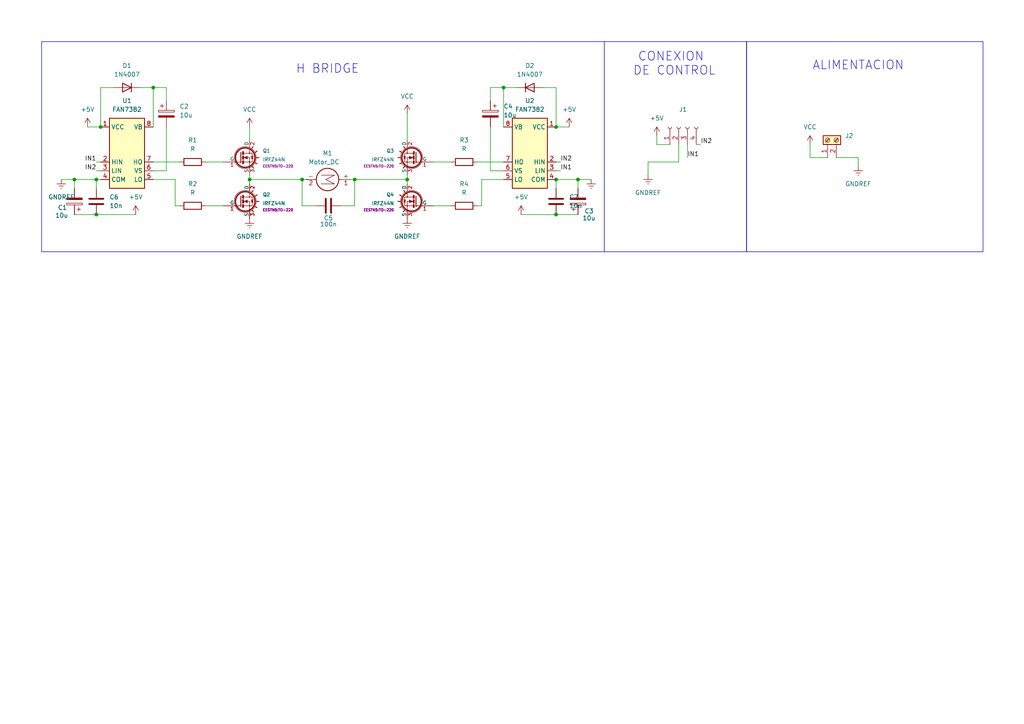
<source format=kicad_sch>
(kicad_sch (version 20231120) (generator "eeschema") (generator_version "8.0")
  (paper "A4")
  (lib_symbols
    (symbol "Connector:Conn_01x04_Socket" (pin_names (offset 1.016) hide)
      (property "Reference" "J" (at 0 5.08 0))
      (property "Value" "Conn_01x04_Socket" (at 0 -7.62 0))
      (symbol "Conn_01x04_Socket_1_1"
        (arc (start 0 -4.572) (mid -0.5058 -5.08) (end 0 -5.588) (stroke (width 0.1524)))
        (arc (start 0 -2.032) (mid -0.5058 -2.54) (end 0 -3.048) (stroke (width 0.1524)))
        (polyline (pts (xy -1.27 -5.08) (xy -0.508 -5.08)) (stroke (width 0.1524)))
        (polyline (pts (xy -1.27 -2.54) (xy -0.508 -2.54)) (stroke (width 0.1524)))
        (polyline (pts (xy -1.27 0) (xy -0.508 0)) (stroke (width 0.1524)))
        (polyline (pts (xy -1.27 2.54) (xy -0.508 2.54)) (stroke (width 0.1524)))
        (arc (start 0 0.508) (mid -0.5058 0) (end 0 -0.508) (stroke (width 0.1524)))
        (arc (start 0 3.048) (mid -0.5058 2.54) (end 0 2.032) (stroke (width 0.1524)))
        (pin passive line (at -5.08 2.54 0) (length 3.81) (name "Pin_1") (number "1"))
        (pin passive line (at -5.08 0 0) (length 3.81) (name "Pin_2") (number "2"))
        (pin passive line (at -5.08 -2.54 0) (length 3.81) (name "Pin_3") (number "3"))
        (pin passive line (at -5.08 -5.08 0) (length 3.81) (name "Pin_4") (number "4"))
      )
    )
    (symbol "Connector:Screw_Terminal_01x02" (pin_names (offset 1.016) hide)
      (property "Reference" "J" (at 0 2.54 0))
      (property "Value" "Screw_Terminal_01x02" (at 0 -5.08 0))
      (symbol "Screw_Terminal_01x02_1_1"
        (rectangle (start -1.27 1.27) (end 1.27 -3.81) (stroke (width 0.254)) (fill (type background)))
        (circle (center 0 -2.54) (radius 0.635) (stroke (width 0.1524)))
        (polyline (pts (xy -0.5334 -2.2098) (xy 0.3302 -3.048)) (stroke (width 0.1524)))
        (polyline (pts (xy -0.5334 0.3302) (xy 0.3302 -0.508)) (stroke (width 0.1524)))
        (polyline (pts (xy -0.3556 -2.032) (xy 0.508 -2.8702)) (stroke (width 0.1524)))
        (polyline (pts (xy -0.3556 0.508) (xy 0.508 -0.3302)) (stroke (width 0.1524)))
        (circle (center 0 0) (radius 0.635) (stroke (width 0.1524)))
        (pin passive line (at -5.08 0 0) (length 3.81) (name "Pin_1") (number "1"))
        (pin passive line (at -5.08 -2.54 0) (length 3.81) (name "Pin_2") (number "2"))
      )
    )
    (symbol "Device:C" (pin_numbers hide) (pin_names (offset 0.254))
      (property "Reference" "C" (at 0.635 2.54 0))
      (property "Value" "C" (at 0.635 -2.54 0))
      (symbol "C_0_1"
        (polyline (pts (xy -2.032 -0.762) (xy 2.032 -0.762)) (stroke (width 0.508)))
        (polyline (pts (xy -2.032 0.762) (xy 2.032 0.762)) (stroke (width 0.508)))
      )
      (symbol "C_1_1"
        (pin passive line (at 0 3.81 270) (length 2.794) (name "~") (number "1"))
        (pin passive line (at 0 -3.81 90) (length 2.794) (name "~") (number "2"))
      )
    )
    (symbol "Device:C_Polarized" (pin_numbers hide) (pin_names (offset 0.254))
      (property "Reference" "C" (at 0.635 2.54 0))
      (property "Value" "C_Polarized" (at 0.635 -2.54 0))
      (symbol "C_Polarized_0_1"
        (rectangle (start -2.286 0.508) (end 2.286 1.016))
        (polyline (pts (xy -1.778 2.286) (xy -0.762 2.286)))
        (polyline (pts (xy -1.27 2.794) (xy -1.27 1.778)))
        (rectangle (start 2.286 -0.508) (end -2.286 -1.016) (fill (type outline)))
      )
      (symbol "C_Polarized_1_1"
        (pin passive line (at 0 3.81 270) (length 2.794) (name "~") (number "1"))
        (pin passive line (at 0 -3.81 90) (length 2.794) (name "~") (number "2"))
      )
    )
    (symbol "Device:D" (pin_numbers hide) (pin_names (offset 1.016) hide)
      (property "Reference" "D" (at 0 2.54 0))
      (property "Value" "D" (at 0 -2.54 0))
      (symbol "D_0_1"
        (polyline (pts (xy -1.27 1.27) (xy -1.27 -1.27)) (stroke (width 0.254)))
        (polyline (pts (xy 1.27 0) (xy -1.27 0)))
        (polyline (pts (xy 1.27 1.27) (xy 1.27 -1.27) (xy -1.27 0) (xy 1.27 1.27)) (stroke (width 0.254)))
      )
      (symbol "D_1_1"
        (pin passive line (at -3.81 0 0) (length 2.54) (name "K") (number "1"))
        (pin passive line (at 3.81 0 180) (length 2.54) (name "A") (number "2"))
      )
    )
    (symbol "Device:R" (pin_numbers hide) (pin_names (offset 0))
      (property "Reference" "R" (at 2.032 0 90))
      (property "Value" "R" (at 0 0 90))
      (symbol "R_0_1"
        (rectangle (start -1.016 -2.54) (end 1.016 2.54) (stroke (width 0.254)))
      )
      (symbol "R_1_1"
        (pin passive line (at 0 3.81 270) (length 1.27) (name "~") (number "1"))
        (pin passive line (at 0 -3.81 90) (length 1.27) (name "~") (number "2"))
      )
    )
    (symbol "Driver_FET:FAN7842"
      (property "Reference" "U" (at 0 13.97 0))
      (property "Value" "FAN7842" (at 0 11.43 0))
      (symbol "FAN7842_0_1"
        (rectangle (start -5.08 10.16) (end 5.08 -10.16) (stroke (width 0.254)) (fill (type background)))
      )
      (symbol "FAN7842_1_1"
        (pin power_in line (at -7.62 7.62 0) (length 2.54) (name "VCC") (number "1"))
        (pin input line (at -7.62 -2.54 0) (length 2.54) (name "HIN") (number "2"))
        (pin input line (at -7.62 -5.08 0) (length 2.54) (name "LIN") (number "3"))
        (pin power_in line (at -7.62 -7.62 0) (length 2.54) (name "COM") (number "4"))
        (pin output line (at 7.62 -7.62 180) (length 2.54) (name "LO") (number "5"))
        (pin passive line (at 7.62 -5.08 180) (length 2.54) (name "VS") (number "6"))
        (pin output line (at 7.62 -2.54 180) (length 2.54) (name "HO") (number "7"))
        (pin passive line (at 7.62 7.62 180) (length 2.54) (name "VB") (number "8"))
      )
    )
    (symbol "EESTN5:IRFZ44N" (pin_names (offset 0))
      (property "Reference" "Q" (at 0 -3.7592 0))
      (property "Value" "IRFZ44N" (at 3.81 7.62 0))
      (property "Footprint" "TO-220" (at -4.5466 2.5654 0))
      (symbol "IRFZ44N_0_1"
        (polyline (pts (xy 0.635 -1.016) (xy 0.635 -1.651)) (stroke (width 0.508)))
        (polyline (pts (xy 0.635 0.381) (xy 0.635 -0.381)) (stroke (width 0.508)))
        (polyline (pts (xy 0.635 1.651) (xy 0.635 1.016)) (stroke (width 0.508)))
        (polyline (pts (xy 3.048 0.381) (xy 2.921 0.254)))
        (polyline (pts (xy 3.048 0.381) (xy 3.556 0.381)))
        (polyline (pts (xy 3.175 2.667) (xy 3.556 3.175)) (stroke (width 0.254)))
        (polyline (pts (xy 3.302 -2.54) (xy 3.683 -3.048)) (stroke (width 0.254)))
        (polyline (pts (xy 3.556 0.381) (xy 3.683 0.508)))
        (polyline (pts (xy 4.191 -1.524) (xy 4.699 -1.778)) (stroke (width 0.254)))
        (polyline (pts (xy 4.191 1.524) (xy 4.699 1.905)) (stroke (width 0.254)))
        (polyline (pts (xy 4.572 0) (xy 5.207 0)) (stroke (width 0.254)))
        (polyline (pts (xy 0 1.524) (xy 0 -1.524) (xy 0 -1.524)) (stroke (width 0.254)))
        (polyline (pts (xy 0.762 -1.27) (xy 2.54 -1.27) (xy 2.54 -2.54) (xy 2.54 -2.54)))
        (polyline (pts (xy 0.762 1.27) (xy 2.54 1.27) (xy 2.54 2.54) (xy 2.54 2.54)))
        (polyline (pts (xy 2.54 1.27) (xy 3.302 1.27) (xy 3.302 -1.27) (xy 2.54 -1.27)))
        (polyline (pts (xy 3.302 0.381) (xy 3.048 -0.254) (xy 3.556 -0.254) (xy 3.302 0.381)) (fill (type outline)))
        (polyline (pts (xy 0.762 0) (xy 1.27 0) (xy 2.54 0) (xy 2.54 -1.27) (xy 2.54 -1.27)))
        (polyline (pts (xy 0.889 0) (xy 1.905 0.381) (xy 1.905 -0.381) (xy 0.889 0) (xy 1.016 0) (xy 1.016 0)) (fill (type outline)))
        (circle (center 1.27 0) (radius 2.8194) (stroke (width 0.3556)))
        (circle (center 1.27 0) (radius 3.175))
        (circle (center 2.54 -1.27) (radius 0.127))
        (circle (center 2.54 1.27) (radius 0.127))
      )
      (symbol "IRFZ44N_1_1"
        (pin input line (at -5.08 -1.27 0) (length 5.08) (name "G") (number "1"))
        (pin passive line (at 2.54 5.08 270) (length 2.032) (name "D") (number "2"))
        (pin passive line (at 2.54 -5.08 90) (length 2.54) (name "S") (number "3"))
      )
    )
    (symbol "Motor:Motor_DC" (pin_names (offset 0))
      (property "Reference" "M" (at 2.54 2.54 0))
      (property "Value" "Motor_DC" (at 2.54 -5.08 0))
      (symbol "Motor_DC_0_0"
        (polyline (pts (xy -1.27 -3.302) (xy -1.27 0.508) (xy 0 -2.032) (xy 1.27 0.508) (xy 1.27 -3.302)))
      )
      (symbol "Motor_DC_0_1"
        (circle (center 0 -1.524) (radius 3.2512) (stroke (width 0.254)))
        (polyline (pts (xy 0 -7.62) (xy 0 -7.112)))
        (polyline (pts (xy 0 -4.7752) (xy 0 -5.1816)))
        (polyline (pts (xy 0 1.7272) (xy 0 2.0828)))
        (polyline (pts (xy 0 2.032) (xy 0 2.54)))
      )
      (symbol "Motor_DC_1_1"
        (pin passive line (at 0 5.08 270) (length 2.54) (name "+") (number "1"))
        (pin passive line (at 0 -7.62 90) (length 2.54) (name "-") (number "2"))
      )
    )
    (symbol "power:+5V" (power) (pin_names (offset 0))
      (property "Value" "+5V" (at 0 3.556 0))
      (symbol "+5V_0_1"
        (polyline (pts (xy -0.762 1.27) (xy 0 2.54)))
        (polyline (pts (xy 0 0) (xy 0 2.54)))
        (polyline (pts (xy 0 2.54) (xy 0.762 1.27)))
      )
      (symbol "+5V_1_1"
        (pin power_in line (at 0 0 90) (length 0) hide (name "+5V") (number "1"))
      )
    )
    (symbol "power:GNDREF" (power) (pin_names (offset 0))
      (property "Value" "GNDREF" (at 0 -3.81 0))
      (symbol "GNDREF_0_1"
        (polyline (pts (xy -0.635 -1.905) (xy 0.635 -1.905)))
        (polyline (pts (xy -0.127 -2.54) (xy 0.127 -2.54)))
        (polyline (pts (xy 0 -1.27) (xy 0 0)))
        (polyline (pts (xy 1.27 -1.27) (xy -1.27 -1.27)))
      )
      (symbol "GNDREF_1_1"
        (pin power_in line (at 0 0 270) (length 0) hide (name "GNDREF") (number "1"))
      )
    )
    (symbol "power:VCC" (power) (pin_names (offset 0))
      (property "Value" "VCC" (at 0 3.81 0))
      (symbol "VCC_0_1"
        (polyline (pts (xy -0.762 1.27) (xy 0 2.54)))
        (polyline (pts (xy 0 0) (xy 0 2.54)))
        (polyline (pts (xy 0 2.54) (xy 0.762 1.27)))
      )
      (symbol "VCC_1_1"
        (pin power_in line (at 0 0 90) (length 0) hide (name "VCC") (number "1"))
      )
    )
  )
  (junction (at 167.64 52.07))
  (junction (at 161.29 62.23))
  (junction (at 27.94 62.23))
  (junction (at 161.29 36.83))
  (junction (at 72.39 52.07))
  (junction (at 87.63 52.07))
  (junction (at 44.45 25.4))
  (junction (at 102.87 52.07))
  (junction (at 118.11 52.07))
  (junction (at 161.29 52.07))
  (junction (at 29.21 36.83))
  (junction (at 146.05 25.4))
  (junction (at 27.94 52.07))
  (junction (at 21.59 52.07))
  (wire (pts (xy 44.45 46.99) (xy 52.07 46.99)))
  (wire (pts (xy 161.29 36.83) (xy 165.1 36.83)))
  (wire (pts (xy 118.11 52.07) (xy 102.87 52.07)))
  (wire (pts (xy 240.03 45.72) (xy 234.95 45.72)))
  (wire (pts (xy 27.94 46.99) (xy 29.21 46.99)))
  (wire (pts (xy 118.11 33.02) (xy 118.11 40.64)))
  (wire (pts (xy 242.57 45.72) (xy 248.92 45.72)))
  (wire (pts (xy 59.69 59.69) (xy 64.77 59.69)))
  (wire (pts (xy 199.39 41.91) (xy 199.39 45.72)))
  (wire (pts (xy 130.81 46.99) (xy 125.73 46.99)))
  (wire (pts (xy 167.64 52.07) (xy 167.64 54.61)))
  (wire (pts (xy 139.7 59.69) (xy 138.43 59.69)))
  (wire (pts (xy 44.45 49.53) (xy 48.26 49.53)))
  (wire (pts (xy 72.39 50.8) (xy 72.39 52.07)))
  (wire (pts (xy 161.29 62.23) (xy 167.64 62.23)))
  (wire (pts (xy 149.86 25.4) (xy 146.05 25.4)))
  (wire (pts (xy 157.48 25.4) (xy 161.29 25.4)))
  (wire (pts (xy 91.44 59.69) (xy 87.63 59.69)))
  (wire (pts (xy 48.26 36.83) (xy 48.26 49.53)))
  (wire (pts (xy 33.02 25.4) (xy 29.21 25.4)))
  (wire (pts (xy 21.59 52.07) (xy 21.59 54.61)))
  (wire (pts (xy 21.59 52.07) (xy 27.94 52.07)))
  (wire (pts (xy 139.7 59.69) (xy 139.7 52.07)))
  (wire (pts (xy 48.26 29.21) (xy 48.26 25.4)))
  (wire (pts (xy 146.05 49.53) (xy 142.24 49.53)))
  (wire (pts (xy 194.31 41.91) (xy 190.5 41.91)))
  (wire (pts (xy 102.87 52.07) (xy 101.6 52.07)))
  (wire (pts (xy 48.26 25.4) (xy 44.45 25.4)))
  (wire (pts (xy 27.94 52.07) (xy 29.21 52.07)))
  (wire (pts (xy 171.45 52.07) (xy 167.64 52.07)))
  (wire (pts (xy 118.11 50.8) (xy 118.11 52.07)))
  (wire (pts (xy 130.81 59.69) (xy 125.73 59.69)))
  (wire (pts (xy 234.95 41.91) (xy 234.95 45.72)))
  (wire (pts (xy 142.24 29.21) (xy 142.24 25.4)))
  (wire (pts (xy 21.59 62.23) (xy 27.94 62.23)))
  (wire (pts (xy 161.29 52.07) (xy 161.29 54.61)))
  (wire (pts (xy 118.11 52.07) (xy 118.11 53.34)))
  (wire (pts (xy 27.94 52.07) (xy 27.94 54.61)))
  (wire (pts (xy 139.7 52.07) (xy 146.05 52.07)))
  (wire (pts (xy 248.92 45.72) (xy 248.92 48.26)))
  (wire (pts (xy 72.39 52.07) (xy 72.39 53.34)))
  (wire (pts (xy 44.45 25.4) (xy 44.45 36.83)))
  (wire (pts (xy 146.05 25.4) (xy 146.05 36.83)))
  (wire (pts (xy 201.93 41.91) (xy 203.2 41.91)))
  (wire (pts (xy 87.63 59.69) (xy 87.63 52.07)))
  (wire (pts (xy 40.64 25.4) (xy 44.45 25.4)))
  (wire (pts (xy 102.87 59.69) (xy 102.87 52.07)))
  (wire (pts (xy 161.29 49.53) (xy 162.56 49.53)))
  (wire (pts (xy 151.13 62.23) (xy 161.29 62.23)))
  (wire (pts (xy 146.05 46.99) (xy 138.43 46.99)))
  (wire (pts (xy 25.4 36.83) (xy 29.21 36.83)))
  (wire (pts (xy 59.69 46.99) (xy 64.77 46.99)))
  (wire (pts (xy 99.06 59.69) (xy 102.87 59.69)))
  (wire (pts (xy 190.5 39.37) (xy 190.5 41.91)))
  (wire (pts (xy 187.96 46.99) (xy 196.85 46.99)))
  (wire (pts (xy 161.29 52.07) (xy 167.64 52.07)))
  (wire (pts (xy 187.96 46.99) (xy 187.96 50.8)))
  (wire (pts (xy 142.24 25.4) (xy 146.05 25.4)))
  (wire (pts (xy 27.94 62.23) (xy 39.37 62.23)))
  (wire (pts (xy 50.8 52.07) (xy 44.45 52.07)))
  (wire (pts (xy 161.29 46.99) (xy 162.56 46.99)))
  (wire (pts (xy 87.63 52.07) (xy 88.9 52.07)))
  (wire (pts (xy 17.78 52.07) (xy 21.59 52.07)))
  (wire (pts (xy 27.94 49.53) (xy 29.21 49.53)))
  (wire (pts (xy 29.21 25.4) (xy 29.21 36.83)))
  (wire (pts (xy 196.85 41.91) (xy 196.85 46.99)))
  (wire (pts (xy 72.39 36.83) (xy 72.39 40.64)))
  (wire (pts (xy 50.8 59.69) (xy 52.07 59.69)))
  (wire (pts (xy 72.39 52.07) (xy 87.63 52.07)))
  (wire (pts (xy 161.29 25.4) (xy 161.29 36.83)))
  (wire (pts (xy 50.8 59.69) (xy 50.8 52.07)))
  (wire (pts (xy 142.24 36.83) (xy 142.24 49.53)))
  (rectangle (start 216.535 12.065) (end 285.115 73.025))
  (rectangle (start 175.26 12.065) (end 216.535 73.025))
  (rectangle (start 12.065 12.065) (end 175.26 73.025))
  (text "ALIMENTACION\n" (at 248.92 19.05 0) (effects (font (size 2.54 2.54))))
  (text "H BRIDGE\n" (at 94.996 20.066 0) (effects (font (size 2.54 2.54))))
  (text "CONEXION \nDE CONTROL\n" (at 195.58 18.542 0) (effects (font (size 2.54 2.54))))
  (label "IN2" (at 162.56 46.99 0))
  (label "IN2" (at 27.94 49.53 180))
  (label "IN2" (at 203.2 41.91 0))
  (label "IN1" (at 199.39 45.72 0))
  (label "IN1" (at 162.56 49.53 0))
  (label "IN1" (at 27.94 46.99 180))
  (symbol (lib_id "Device:D") (at 36.83 25.4 180) (unit 1)
    (property "Reference" "D1" (at 36.83 19.05 0))
    (property "Value" "1N4007" (at 36.83 21.59 0))
    (property "Footprint" "Diode_SMD:D_0805_2012Metric_Pad1.15x1.40mm_HandSolder" (effects (hide yes)))
    (property "Description" "Diode" (effects (hide yes)))
    (property "Sim.Device" "D" (effects (hide yes)))
    (property "Sim.Pins" "1=K 2=A" (effects (hide yes)))
  )
  (symbol (lib_id "Device:C_Polarized") (at 21.59 58.42 180) (unit 1)
    (property "Reference" "C1" (at 16.764 60.198 0) (effects (justify right)))
    (property "Value" "10u" (at 16.002 62.484 0) (effects (justify right)))
    (property "Footprint" "Capacitor_SMD:C_0805_2012Metric_Pad1.18x1.45mm_HandSolder" (effects (hide yes)))
    (property "Description" "Polarized capacitor" (effects (hide yes)))
  )
  (symbol (lib_id "Device:R") (at 134.62 46.99 270) (mirror x) (unit 1)
    (property "Reference" "R3" (at 134.62 40.64 90))
    (property "Value" "R" (at 134.62 43.18 90))
    (property "Footprint" "Resistor_SMD:R_0805_2012Metric_Pad1.20x1.40mm_HandSolder" (effects (hide yes)))
    (property "Description" "Resistor" (effects (hide yes)))
  )
  (symbol (lib_id "Connector:Screw_Terminal_01x02") (at 240.03 40.64 90) (unit 1)
    (property "Reference" "J2" (at 245.11 39.3699 90) (effects (justify right)))
    (property "Value" "Screw_Terminal_01x02" (effects (hide yes)))
    (property "Footprint" "EESTN5:BORNERA2_AZUL" (effects (hide yes)))
    (property "Description" "Generic screw terminal, single row, 01x02, script generated (kicad-library-utils/schlib/autogen/connector/)" (effects (hide yes)))
  )
  (symbol (lib_id "EESTN5:IRFZ44N") (at 69.85 45.72 0) (unit 1)
    (property "Reference" "Q1" (at 76.2 43.7514 0) (effects (font (size 1.016 1.016)) (justify left)))
    (property "Value" "IRFZ44N" (at 76.2 46.2914 0) (effects (font (size 1.016 1.016)) (justify left)))
    (property "Footprint" "EESTN5:TO-220" (at 76.2 48.1965 0) (effects (font (size 0.7366 0.7366)) (justify left)))
  )
  (symbol (lib_id "power:GNDREF") (at 248.92 48.26 0) (unit 1)
    (property "Reference" "#PWR019" (effects (hide yes)))
    (property "Value" "GNDREF" (at 248.92 53.34 0))
    (property "Description" "Power symbol creates a global label with name \"GNDREF\" , reference supply ground" (effects (hide yes)))
  )
  (symbol (lib_id "Device:D") (at 153.67 25.4 0) (mirror x) (unit 1)
    (property "Reference" "D2" (at 153.67 19.05 0))
    (property "Value" "1N4007" (at 153.67 21.59 0))
    (property "Footprint" "Diode_SMD:D_0805_2012Metric_Pad1.15x1.40mm_HandSolder" (effects (hide yes)))
    (property "Description" "Diode" (effects (hide yes)))
    (property "Sim.Device" "D" (effects (hide yes)))
    (property "Sim.Pins" "1=K 2=A" (effects (hide yes)))
  )
  (symbol (lib_id "Device:C_Polarized") (at 167.64 58.42 0) (mirror x) (unit 1)
    (property "Reference" "C3" (at 172.212 61.214 0) (effects (justify right)))
    (property "Value" "10u" (at 172.72 63.246 0) (effects (justify right)))
    (property "Footprint" "Capacitor_SMD:C_0805_2012Metric_Pad1.18x1.45mm_HandSolder" (effects (hide yes)))
    (property "Description" "Polarized capacitor" (effects (hide yes)))
  )
  (symbol (lib_id "Driver_FET:FAN7842") (at 153.67 44.45 0) (mirror y) (unit 1)
    (property "Reference" "U2" (at 153.67 29.21 0))
    (property "Value" "FAN7382" (at 153.67 31.75 0))
    (property "Footprint" "EESTN5:DIP-8" (effects (hide yes)))
    (property "Datasheet" "https://www.alldatasheet.com/datasheet-pdf/view/98381/FAIRCHILD/FAN7382.html" (effects (hide yes)))
    (property "Description" "High and Low Side Gate Driver, 200V operation, Output Current 350/650mA, SOIC-8" (effects (hide yes)))
  )
  (symbol (lib_id "Device:R") (at 55.88 59.69 90) (unit 1)
    (property "Reference" "R2" (at 55.88 53.34 90))
    (property "Value" "R" (at 55.88 55.88 90))
    (property "Footprint" "Resistor_SMD:R_0805_2012Metric_Pad1.20x1.40mm_HandSolder" (effects (hide yes)))
    (property "Description" "Resistor" (effects (hide yes)))
  )
  (symbol (lib_id "power:+5V") (at 39.37 62.23 0) (unit 1)
    (property "Reference" "#PWR09" (effects (hide yes)))
    (property "Value" "+5V" (at 39.37 57.15 0))
    (property "Description" "Power symbol creates a global label with name \"+5V\"" (effects (hide yes)))
  )
  (symbol (lib_id "Device:C") (at 161.29 58.42 0) (unit 1)
    (property "Reference" "C7" (at 165.1 57.1499 0) (effects (justify left)))
    (property "Value" "10n" (at 165.1 59.6899 0) (effects (justify left)))
    (property "Description" "Unpolarized capacitor" (effects (hide yes)))
  )
  (symbol (lib_id "power:+5V") (at 190.5 39.37 0) (unit 1)
    (property "Reference" "#PWR017" (effects (hide yes)))
    (property "Value" "+5V" (at 190.5 34.29 0))
    (property "Description" "Power symbol creates a global label with name \"+5V\"" (effects (hide yes)))
  )
  (symbol (lib_id "power:GNDREF") (at 72.39 63.5 0) (unit 1)
    (property "Reference" "#PWR03" (effects (hide yes)))
    (property "Value" "GNDREF" (at 72.39 68.58 0))
    (property "Description" "Power symbol creates a global label with name \"GNDREF\" , reference supply ground" (effects (hide yes)))
  )
  (symbol (lib_id "Device:C") (at 27.94 58.42 0) (unit 1)
    (property "Reference" "C6" (at 31.75 57.1499 0) (effects (justify left)))
    (property "Value" "10n" (at 31.75 59.6899 0) (effects (justify left)))
    (property "Description" "Unpolarized capacitor" (effects (hide yes)))
  )
  (symbol (lib_id "power:+5V") (at 25.4 36.83 0) (unit 1)
    (property "Reference" "#PWR01" (effects (hide yes)))
    (property "Value" "+5V" (at 25.4 31.75 0))
    (property "Description" "Power symbol creates a global label with name \"+5V\"" (effects (hide yes)))
  )
  (symbol (lib_id "Device:R") (at 55.88 46.99 90) (unit 1)
    (property "Reference" "R1" (at 55.88 40.64 90))
    (property "Value" "R" (at 55.88 43.18 90))
    (property "Footprint" "Resistor_SMD:R_0805_2012Metric_Pad1.20x1.40mm_HandSolder" (effects (hide yes)))
    (property "Description" "Resistor" (effects (hide yes)))
  )
  (symbol (lib_id "EESTN5:IRFZ44N") (at 69.85 58.42 0) (unit 1)
    (property "Reference" "Q2" (at 76.2 56.4514 0) (effects (font (size 1.016 1.016)) (justify left)))
    (property "Value" "IRFZ44N" (at 76.2 58.9914 0) (effects (font (size 1.016 1.016)) (justify left)))
    (property "Footprint" "EESTN5:TO-220" (at 76.2 60.8965 0) (effects (font (size 0.7366 0.7366)) (justify left)))
  )
  (symbol (lib_id "power:GNDREF") (at 187.96 50.8 0) (mirror y) (unit 1)
    (property "Reference" "#PWR018" (effects (hide yes)))
    (property "Value" "GNDREF" (at 187.96 55.88 0))
    (property "Description" "Power symbol creates a global label with name \"GNDREF\" , reference supply ground" (effects (hide yes)))
  )
  (symbol (lib_id "Device:C_Polarized") (at 48.26 33.02 0) (unit 1)
    (property "Reference" "C2" (at 52.07 30.8609 0) (effects (justify left)))
    (property "Value" "10u" (at 52.07 33.4009 0) (effects (justify left)))
    (property "Footprint" "Capacitor_SMD:C_0805_2012Metric_Pad1.18x1.45mm_HandSolder" (effects (hide yes)))
    (property "Description" "Polarized capacitor" (effects (hide yes)))
  )
  (symbol (lib_id "power:VCC") (at 118.11 33.02 0) (unit 1)
    (property "Reference" "#PWR07" (effects (hide yes)))
    (property "Value" "VCC" (at 118.11 27.94 0))
    (property "Description" "Power symbol creates a global label with name \"VCC\"" (effects (hide yes)))
  )
  (symbol (lib_id "Device:R") (at 134.62 59.69 270) (mirror x) (unit 1)
    (property "Reference" "R4" (at 134.62 53.34 90))
    (property "Value" "R" (at 134.62 55.88 90))
    (property "Footprint" "Resistor_SMD:R_0805_2012Metric_Pad1.20x1.40mm_HandSolder" (effects (hide yes)))
    (property "Description" "Resistor" (effects (hide yes)))
  )
  (symbol (lib_id "Driver_FET:FAN7842") (at 36.83 44.45 0) (unit 1)
    (property "Reference" "U1" (at 36.83 29.21 0))
    (property "Value" "FAN7382" (at 36.83 31.75 0))
    (property "Footprint" "EESTN5:DIP-8" (effects (hide yes)))
    (property "Datasheet" "https://www.alldatasheet.com/datasheet-pdf/view/98381/FAIRCHILD/FAN7382.html" (effects (hide yes)))
    (property "Description" "High and Low Side Gate Driver, 200V operation, Output Current 350/650mA, DIP 8" (effects (hide yes)))
  )
  (symbol (lib_id "EESTN5:IRFZ44N") (at 120.65 45.72 0) (mirror y) (unit 1)
    (property "Reference" "Q3" (at 114.3 43.7514 0) (effects (font (size 1.016 1.016)) (justify left)))
    (property "Value" "IRFZ44N" (at 114.3 46.2914 0) (effects (font (size 1.016 1.016)) (justify left)))
    (property "Footprint" "EESTN5:TO-220" (at 114.3 48.1965 0) (effects (font (size 0.7366 0.7366)) (justify left)))
  )
  (symbol (lib_id "Device:C_Polarized") (at 142.24 33.02 0) (mirror y) (unit 1)
    (property "Reference" "C4" (at 146.05 30.8609 0) (effects (justify right)))
    (property "Value" "10u" (at 146.05 33.4009 0) (effects (justify right)))
    (property "Footprint" "Capacitor_SMD:C_0805_2012Metric_Pad1.18x1.45mm_HandSolder" (effects (hide yes)))
    (property "Description" "Polarized capacitor" (effects (hide yes)))
  )
  (symbol (lib_id "EESTN5:IRFZ44N") (at 120.65 58.42 0) (mirror y) (unit 1)
    (property "Reference" "Q4" (at 114.3 56.4514 0) (effects (font (size 1.016 1.016)) (justify left)))
    (property "Value" "IRFZ44N" (at 114.3 58.9914 0) (effects (font (size 1.016 1.016)) (justify left)))
    (property "Footprint" "EESTN5:TO-220" (at 114.3 60.8965 0) (effects (font (size 0.7366 0.7366)) (justify left)))
  )
  (symbol (lib_id "power:+5V") (at 165.1 36.83 0) (mirror y) (unit 1)
    (property "Reference" "#PWR05" (effects (hide yes)))
    (property "Value" "+5V" (at 165.1 31.75 0))
    (property "Description" "Power symbol creates a global label with name \"+5V\"" (effects (hide yes)))
  )
  (symbol (lib_id "Motor:Motor_DC") (at 96.52 52.07 270) (unit 1)
    (property "Reference" "M1" (at 94.996 44.45 90))
    (property "Value" "Motor_DC" (at 93.98 46.99 90))
    (property "Footprint" "EESTN5:BORNERA2_AZUL" (effects (hide yes)))
    (property "Description" "DC Motor" (effects (hide yes)))
  )
  (symbol (lib_id "power:VCC") (at 234.95 41.91 0) (unit 1)
    (property "Reference" "#PWR020" (effects (hide yes)))
    (property "Value" "VCC" (at 234.95 36.83 0))
    (property "Description" "Power symbol creates a global label with name \"VCC\"" (effects (hide yes)))
  )
  (symbol (lib_id "Device:C") (at 95.25 59.69 270) (mirror x) (unit 1)
    (property "Reference" "C5" (at 95.25 63.246 90))
    (property "Value" "100n" (at 95.25 65.024 90))
    (property "Footprint" "Capacitor_THT:C_Disc_D4.7mm_W2.5mm_P5.00mm" (effects (hide yes)))
    (property "Description" "Unpolarized capacitor" (effects (hide yes)))
  )
  (symbol (lib_id "power:GNDREF") (at 17.78 52.07 0) (unit 1)
    (property "Reference" "#PWR04" (effects (hide yes)))
    (property "Value" "GNDREF" (at 17.78 57.15 0))
    (property "Description" "Power symbol creates a global label with name \"GNDREF\" , reference supply ground" (effects (hide yes)))
  )
  (symbol (lib_id "power:GNDREF") (at 118.11 63.5 0) (mirror y) (unit 1)
    (property "Reference" "#PWR08" (effects (hide yes)))
    (property "Value" "GNDREF" (at 118.11 68.58 0))
    (property "Description" "Power symbol creates a global label with name \"GNDREF\" , reference supply ground" (effects (hide yes)))
  )
  (symbol (lib_id "Connector:Conn_01x04_Socket") (at 196.85 36.83 90) (unit 1)
    (property "Reference" "J1" (at 198.12 31.75 90))
    (property "Value" "CONEXIÓN DE CONTROL" (effects (hide yes)))
    (property "Footprint" "EESTN5:pin_strip_4" (effects (hide yes)))
    (property "Description" "Generic connector, single row, 01x04, script generated" (effects (hide yes)))
  )
  (symbol (lib_id "power:GNDREF") (at 171.45 52.07 0) (mirror y) (unit 1)
    (property "Reference" "#PWR06" (effects (hide yes)))
    (property "Value" "GNDREF" (effects (hide yes)))
    (property "Description" "Power symbol creates a global label with name \"GNDREF\" , reference supply ground" (effects (hide yes)))
  )
  (symbol (lib_id "power:VCC") (at 72.39 36.83 0) (unit 1)
    (property "Reference" "#PWR02" (effects (hide yes)))
    (property "Value" "VCC" (at 72.39 31.75 0))
    (property "Description" "Power symbol creates a global label with name \"VCC\"" (effects (hide yes)))
  )
  (symbol (lib_id "power:+5V") (at 151.13 62.23 0) (unit 1)
    (property "Reference" "#PWR010" (effects (hide yes)))
    (property "Value" "+5V" (at 151.13 57.15 0))
    (property "Description" "Power symbol creates a global label with name \"+5V\"" (effects (hide yes)))
  )
)
</source>
